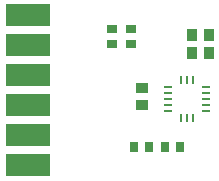
<source format=gtp>
G04 Layer_Color=7318015*
%FSLAX25Y25*%
%MOIN*%
G70*
G01*
G75*
%ADD10R,0.03740X0.03150*%
%ADD11R,0.03150X0.03740*%
%ADD12R,0.04134X0.03740*%
%ADD13O,0.00984X0.03150*%
%ADD14O,0.03150X0.00984*%
%ADD15R,0.03740X0.04134*%
%ADD16R,0.15000X0.07600*%
D10*
X140500Y473059D02*
D03*
Y467941D02*
D03*
X147000Y473059D02*
D03*
Y467941D02*
D03*
D11*
X163391Y433699D02*
D03*
X158273D02*
D03*
X152891D02*
D03*
X147773D02*
D03*
D12*
X150500Y447646D02*
D03*
Y453354D02*
D03*
D13*
X163531Y455799D02*
D03*
X165500D02*
D03*
X167469D02*
D03*
Y443201D02*
D03*
X165500D02*
D03*
X163531D02*
D03*
D14*
X171799Y453437D02*
D03*
Y451469D02*
D03*
Y449500D02*
D03*
Y447532D02*
D03*
Y445563D02*
D03*
X159201D02*
D03*
Y447532D02*
D03*
Y449500D02*
D03*
Y451469D02*
D03*
Y453437D02*
D03*
D15*
X172854Y465000D02*
D03*
X167146D02*
D03*
X172854Y471000D02*
D03*
X167146D02*
D03*
D16*
X112500Y447500D02*
D03*
Y457500D02*
D03*
Y467500D02*
D03*
Y477500D02*
D03*
Y437500D02*
D03*
Y427500D02*
D03*
M02*

</source>
